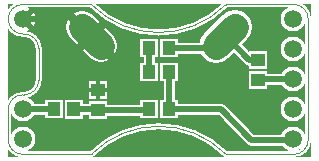
<source format=gbr>
%FSLAX34Y34*%
%MOMM*%
%LNCOPPER_TOP*%
G71*
G01*
%ADD10C, 2.10*%
%ADD11R, 1.60X1.50*%
%ADD12R, 1.50X1.60*%
%ADD13C, 0.90*%
%ADD14C, 2.70*%
%ADD15C, 2.90*%
%ADD16C, 0.50*%
%ADD17C, 0.37*%
%ADD18C, 0.77*%
%ADD19C, 1.50*%
%ADD20R, 1.20X1.10*%
%ADD21R, 1.10X1.20*%
%ADD22C, 2.30*%
%ADD23C, 0.10*%
%LPD*%
G36*
X0Y1000000D02*
X257000Y1000000D01*
X257000Y870000D01*
X0Y870000D01*
X0Y1000000D01*
G37*
%LPC*%
X13099Y986634D02*
G54D10*
D03*
X13097Y910431D02*
G54D10*
D03*
X13097Y885031D02*
G54D10*
D03*
X241697Y986631D02*
G54D10*
D03*
X241697Y961231D02*
G54D10*
D03*
X241697Y935831D02*
G54D10*
D03*
X241697Y910431D02*
G54D10*
D03*
X241697Y885031D02*
G54D10*
D03*
X76366Y926869D02*
G54D11*
D03*
X76366Y909869D02*
G54D11*
D03*
X38830Y910497D02*
G54D12*
D03*
G36*
X48330Y918497D02*
X63330Y918497D01*
X63330Y902497D01*
X48330Y902497D01*
X48330Y918497D01*
G37*
G54D13*
X13097Y910431D02*
X38764Y910431D01*
X38830Y910497D01*
G54D13*
X55830Y910497D02*
X75738Y910497D01*
X76366Y909869D01*
X76369Y926874D02*
G54D11*
D03*
X136460Y962422D02*
G54D12*
D03*
X119460Y962422D02*
G54D12*
D03*
X136460Y942182D02*
G54D12*
D03*
X119460Y942182D02*
G54D12*
D03*
G54D13*
X119460Y962422D02*
X119460Y942182D01*
X136460Y910432D02*
G54D12*
D03*
X119460Y910432D02*
G54D12*
D03*
G54D13*
X76366Y909869D02*
X118898Y909869D01*
X119460Y910432D01*
G54D13*
X136460Y910432D02*
X136460Y942182D01*
G54D14*
X78771Y964212D02*
X62508Y980476D01*
G54D15*
X176415Y964212D02*
X192678Y980475D01*
G54D13*
X136460Y962422D02*
X174625Y962422D01*
X184546Y972344D01*
G54D13*
X136460Y910432D02*
X180181Y910432D01*
X205978Y884634D01*
X241300Y884634D01*
X241697Y885031D01*
X211700Y935666D02*
G54D11*
D03*
X211700Y952666D02*
G54D11*
D03*
G54D13*
X241697Y935831D02*
X211072Y935831D01*
X210906Y935666D01*
G54D13*
X210906Y952666D02*
X204224Y952666D01*
X184546Y972344D01*
G54D16*
G75*
G01X12702Y999334D02*
G03X400Y987031I0J-12303D01*
G01*
G54D16*
G75*
G01X254397Y987028D02*
G03X242094Y999331I-12303J0D01*
G01*
G54D16*
G75*
G01X242094Y872331D02*
G03X254397Y884634I0J12303D01*
G01*
G54D16*
G75*
G01X397Y884634D02*
G03X12700Y872331I12303J0D01*
G01*
G54D16*
G75*
G01X71106Y998999D02*
G03X184482Y998999I56688J56689D01*
G01*
G54D16*
G75*
G01X184482Y872663D02*
G03X71106Y872663I-56688J-56688D01*
G01*
G54D16*
X12702Y999334D02*
X70772Y999334D01*
X71106Y998999D01*
G54D16*
X242094Y999331D02*
X184814Y999331D01*
X184482Y998999D01*
G54D16*
X254397Y987028D02*
X254397Y884634D01*
G54D16*
X242094Y872331D02*
X184814Y872331D01*
X184482Y872663D01*
G54D16*
X12700Y872331D02*
X70774Y872331D01*
X71106Y872663D01*
G54D16*
G75*
G01X400Y986634D02*
G03X12702Y974331I12302J0D01*
G01*
G54D16*
G75*
G01X26194Y962025D02*
G03X13891Y974328I-12303J0D01*
G01*
G54D16*
G75*
G01X13891Y922735D02*
G03X26194Y935038I0J12303D01*
G01*
G54D16*
X12702Y974331D02*
X13888Y974331D01*
X13891Y974328D01*
G54D16*
X26194Y962025D02*
X26194Y935038D01*
G54D16*
G75*
G01X12700Y922734D02*
G03X397Y910431I0J-12303D01*
G01*
G54D16*
X13891Y922734D02*
X12700Y922734D01*
G54D16*
X397Y884634D02*
X397Y910431D01*
%LPD*%
G54D16*
G36*
X13099Y989134D02*
X24099Y989134D01*
X24099Y984134D01*
X13099Y984134D01*
X13099Y989134D01*
G37*
G36*
X14867Y988402D02*
X22645Y980623D01*
X19110Y977088D01*
X11332Y984866D01*
X14867Y988402D01*
G37*
G36*
X11332Y988402D02*
X19110Y996180D01*
X22645Y992644D01*
X14867Y984866D01*
X11332Y988402D01*
G37*
G54D17*
G36*
X74536Y926874D02*
X74536Y934874D01*
X78203Y934874D01*
X78203Y926874D01*
X74536Y926874D01*
G37*
G36*
X76369Y928707D02*
X84869Y928707D01*
X84869Y925040D01*
X76369Y925040D01*
X76369Y928707D01*
G37*
G36*
X78203Y926874D02*
X78203Y918874D01*
X74536Y918874D01*
X74536Y926874D01*
X78203Y926874D01*
G37*
G36*
X76369Y925040D02*
X67869Y925040D01*
X67869Y928707D01*
X76369Y928707D01*
X76369Y925040D01*
G37*
G54D18*
G36*
X73350Y969633D02*
X63450Y959734D01*
X58029Y965155D01*
X67929Y975054D01*
X73350Y969633D01*
G37*
G36*
X67929Y969633D02*
X49898Y987664D01*
X55319Y993086D01*
X73350Y975054D01*
X67929Y969633D01*
G37*
G36*
X67929Y975054D02*
X77828Y984954D01*
X83249Y979533D01*
X73350Y969633D01*
X67929Y975054D01*
G37*
G36*
X73350Y975054D02*
X91381Y957023D01*
X85960Y951602D01*
X67929Y969633D01*
X73350Y975054D01*
G37*
X13099Y986634D02*
G54D19*
D03*
X13097Y910431D02*
G54D19*
D03*
X13097Y885031D02*
G54D19*
D03*
X241697Y986631D02*
G54D19*
D03*
X241697Y961231D02*
G54D19*
D03*
X241697Y935831D02*
G54D19*
D03*
X241697Y910431D02*
G54D19*
D03*
X241697Y885031D02*
G54D19*
D03*
X76366Y926869D02*
G54D20*
D03*
X76366Y909869D02*
G54D20*
D03*
X38830Y910497D02*
G54D21*
D03*
G36*
X50330Y916497D02*
X61330Y916497D01*
X61330Y904497D01*
X50330Y904497D01*
X50330Y916497D01*
G37*
G54D16*
X13097Y910431D02*
X38764Y910431D01*
X38830Y910497D01*
G54D16*
X55830Y910497D02*
X75738Y910497D01*
X76366Y909869D01*
X76369Y926874D02*
G54D20*
D03*
X136460Y962422D02*
G54D21*
D03*
X119460Y962422D02*
G54D21*
D03*
X136460Y942182D02*
G54D21*
D03*
X119460Y942182D02*
G54D21*
D03*
G54D16*
X119460Y962422D02*
X119460Y942182D01*
X136460Y910432D02*
G54D21*
D03*
X119460Y910432D02*
G54D21*
D03*
G54D16*
X76366Y909869D02*
X118898Y909869D01*
X119460Y910432D01*
G54D16*
X136460Y910432D02*
X136460Y942182D01*
G54D22*
X78771Y964212D02*
X62508Y980476D01*
G54D22*
X176415Y964212D02*
X192678Y980475D01*
G54D16*
X136460Y962422D02*
X174625Y962422D01*
X184546Y972344D01*
G54D16*
X136460Y910432D02*
X180181Y910432D01*
X205978Y884634D01*
X241300Y884634D01*
X241697Y885031D01*
X211700Y935666D02*
G54D20*
D03*
X211700Y952666D02*
G54D20*
D03*
G54D16*
X241697Y935831D02*
X211072Y935831D01*
X210906Y935666D01*
G54D16*
X210906Y952666D02*
X204224Y952666D01*
X184546Y972344D01*
G54D23*
G75*
G01X12702Y999334D02*
G03X400Y987031I0J-12303D01*
G01*
G54D23*
G75*
G01X254397Y987028D02*
G03X242094Y999331I-12303J0D01*
G01*
G54D23*
G75*
G01X242094Y872331D02*
G03X254397Y884634I0J12303D01*
G01*
G54D23*
G75*
G01X397Y884634D02*
G03X12700Y872331I12303J0D01*
G01*
G54D23*
G75*
G01X71106Y998999D02*
G03X184482Y998999I56688J56689D01*
G01*
G54D23*
G75*
G01X184482Y872663D02*
G03X71106Y872663I-56688J-56688D01*
G01*
G54D23*
X12702Y999334D02*
X70772Y999334D01*
X71106Y998999D01*
G54D23*
X242094Y999331D02*
X184814Y999331D01*
X184482Y998999D01*
G54D23*
X254397Y987028D02*
X254397Y884634D01*
G54D23*
X242094Y872331D02*
X184814Y872331D01*
X184482Y872663D01*
G54D23*
X12700Y872331D02*
X70774Y872331D01*
X71106Y872663D01*
G54D23*
G75*
G01X400Y986634D02*
G03X12702Y974331I12302J0D01*
G01*
G54D23*
G75*
G01X26194Y962025D02*
G03X13891Y974328I-12303J0D01*
G01*
G54D23*
G75*
G01X13891Y922735D02*
G03X26194Y935038I0J12303D01*
G01*
G54D23*
X12702Y974331D02*
X13888Y974331D01*
X13891Y974328D01*
G54D23*
X26194Y962025D02*
X26194Y935038D01*
G54D23*
G75*
G01X12700Y922734D02*
G03X397Y910431I0J-12303D01*
G01*
G54D23*
X13891Y922734D02*
X12700Y922734D01*
G54D23*
X397Y884634D02*
X397Y910431D01*
M02*

</source>
